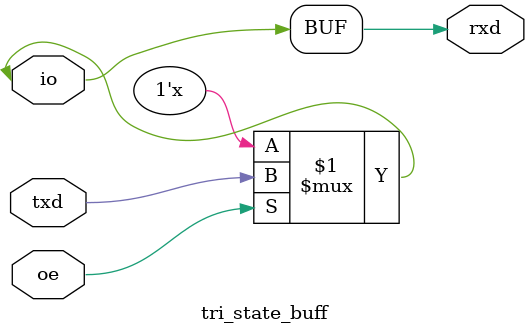
<source format=sv>
/*
	Tri-state buffer
	
	********************************************************************
	tri_state_buff
		tri_state_buff_inst
	(
		.io		(),	// io
		
		.rxd	(),	// o
		.txd	(),	// i
		.oe		()	// i
	);
*/

module tri_state_buff
(
	inout  wire io,
	output logic rxd,
	input  logic txd,
	input  logic oe
);
	
	assign io = oe ? txd : 1'bz;
	
	assign rxd = io;
	
endmodule
</source>
